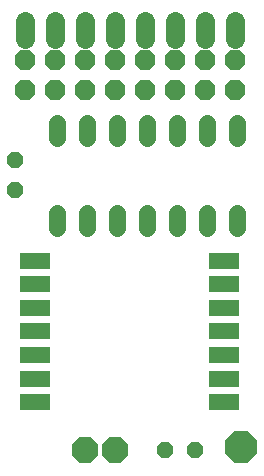
<source format=gts>
G75*
%MOIN*%
%OFA0B0*%
%FSLAX25Y25*%
%IPPOS*%
%LPD*%
%AMOC8*
5,1,8,0,0,1.08239X$1,22.5*
%
%ADD10R,0.10400X0.05400*%
%ADD11C,0.05600*%
%ADD12OC8,0.10400*%
%ADD13OC8,0.05600*%
%ADD14C,0.06400*%
%ADD15OC8,0.06700*%
%ADD16OC8,0.08900*%
D10*
X0020281Y0027784D03*
X0020281Y0035658D03*
X0020281Y0043532D03*
X0020281Y0051406D03*
X0020281Y0059280D03*
X0020281Y0067154D03*
X0020281Y0075028D03*
X0083273Y0075028D03*
X0083273Y0067154D03*
X0083273Y0059280D03*
X0083273Y0051406D03*
X0083273Y0043532D03*
X0083273Y0035658D03*
X0083273Y0027784D03*
D11*
X0087564Y0085775D02*
X0087564Y0090975D01*
X0077564Y0090975D02*
X0077564Y0085775D01*
X0067564Y0085775D02*
X0067564Y0090975D01*
X0057564Y0090975D02*
X0057564Y0085775D01*
X0047564Y0085775D02*
X0047564Y0090975D01*
X0037564Y0090975D02*
X0037564Y0085775D01*
X0027564Y0085775D02*
X0027564Y0090975D01*
X0027564Y0115775D02*
X0027564Y0120975D01*
X0037564Y0120975D02*
X0037564Y0115775D01*
X0047564Y0115775D02*
X0047564Y0120975D01*
X0057564Y0120975D02*
X0057564Y0115775D01*
X0067564Y0115775D02*
X0067564Y0120975D01*
X0077564Y0120975D02*
X0077564Y0115775D01*
X0087564Y0115775D02*
X0087564Y0120975D01*
D12*
X0088903Y0012824D03*
D13*
X0073588Y0011800D03*
X0063588Y0011800D03*
X0013667Y0098375D03*
X0013667Y0108375D03*
D14*
X0016777Y0148800D02*
X0016777Y0154800D01*
X0026777Y0154800D02*
X0026777Y0148800D01*
X0036777Y0148800D02*
X0036777Y0154800D01*
X0046777Y0154800D02*
X0046777Y0148800D01*
X0056777Y0148800D02*
X0056777Y0154800D01*
X0066777Y0154800D02*
X0066777Y0148800D01*
X0076777Y0148800D02*
X0076777Y0154800D01*
X0086777Y0154800D02*
X0086777Y0148800D01*
D15*
X0086777Y0141800D03*
X0086777Y0131800D03*
X0076777Y0131800D03*
X0076777Y0141800D03*
X0066777Y0141800D03*
X0066777Y0131800D03*
X0056777Y0131800D03*
X0056777Y0141800D03*
X0046777Y0141800D03*
X0046777Y0131800D03*
X0036777Y0131800D03*
X0036777Y0141800D03*
X0026777Y0141800D03*
X0026777Y0131800D03*
X0016777Y0131800D03*
X0016777Y0141800D03*
D16*
X0036777Y0011800D03*
X0046777Y0011800D03*
M02*

</source>
